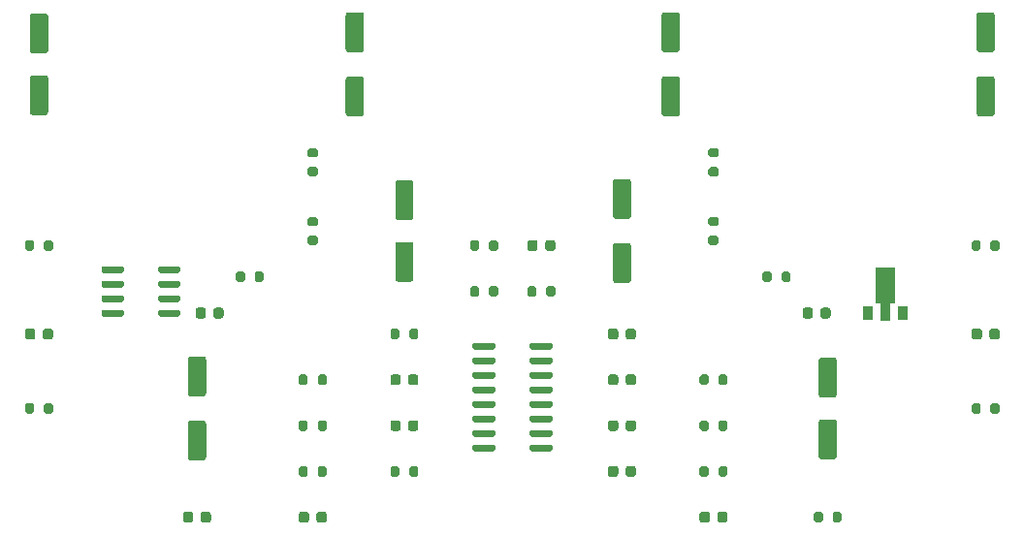
<source format=gbr>
G04 #@! TF.GenerationSoftware,KiCad,Pcbnew,(5.1.7)-1*
G04 #@! TF.CreationDate,2022-04-16T14:49:26-05:00*
G04 #@! TF.ProjectId,ConsolePedalDelaySMT,436f6e73-6f6c-4655-9065-64616c44656c,rev?*
G04 #@! TF.SameCoordinates,Original*
G04 #@! TF.FileFunction,Paste,Top*
G04 #@! TF.FilePolarity,Positive*
%FSLAX46Y46*%
G04 Gerber Fmt 4.6, Leading zero omitted, Abs format (unit mm)*
G04 Created by KiCad (PCBNEW (5.1.7)-1) date 2022-04-16 14:49:26*
%MOMM*%
%LPD*%
G01*
G04 APERTURE LIST*
%ADD10R,0.900000X1.300000*%
%ADD11C,0.100000*%
G04 APERTURE END LIST*
G04 #@! TO.C,C4*
G36*
G01*
X147053000Y-75389000D02*
X145953000Y-75389000D01*
G75*
G02*
X145703000Y-75139000I0J250000D01*
G01*
X145703000Y-72139000D01*
G75*
G02*
X145953000Y-71889000I250000J0D01*
G01*
X147053000Y-71889000D01*
G75*
G02*
X147303000Y-72139000I0J-250000D01*
G01*
X147303000Y-75139000D01*
G75*
G02*
X147053000Y-75389000I-250000J0D01*
G01*
G37*
G36*
G01*
X147053000Y-80989000D02*
X145953000Y-80989000D01*
G75*
G02*
X145703000Y-80739000I0J250000D01*
G01*
X145703000Y-77739000D01*
G75*
G02*
X145953000Y-77489000I250000J0D01*
G01*
X147053000Y-77489000D01*
G75*
G02*
X147303000Y-77739000I0J-250000D01*
G01*
X147303000Y-80739000D01*
G75*
G02*
X147053000Y-80989000I-250000J0D01*
G01*
G37*
G04 #@! TD*
G04 #@! TO.C,C5*
G36*
G01*
X104589000Y-101950000D02*
X105689000Y-101950000D01*
G75*
G02*
X105939000Y-102200000I0J-250000D01*
G01*
X105939000Y-105200000D01*
G75*
G02*
X105689000Y-105450000I-250000J0D01*
G01*
X104589000Y-105450000D01*
G75*
G02*
X104339000Y-105200000I0J250000D01*
G01*
X104339000Y-102200000D01*
G75*
G02*
X104589000Y-101950000I250000J0D01*
G01*
G37*
G36*
G01*
X104589000Y-107550000D02*
X105689000Y-107550000D01*
G75*
G02*
X105939000Y-107800000I0J-250000D01*
G01*
X105939000Y-110800000D01*
G75*
G02*
X105689000Y-111050000I-250000J0D01*
G01*
X104589000Y-111050000D01*
G75*
G02*
X104339000Y-110800000I0J250000D01*
G01*
X104339000Y-107800000D01*
G75*
G02*
X104589000Y-107550000I250000J0D01*
G01*
G37*
G04 #@! TD*
G04 #@! TO.C,C13*
G36*
G01*
X174553000Y-75389000D02*
X173453000Y-75389000D01*
G75*
G02*
X173203000Y-75139000I0J250000D01*
G01*
X173203000Y-72139000D01*
G75*
G02*
X173453000Y-71889000I250000J0D01*
G01*
X174553000Y-71889000D01*
G75*
G02*
X174803000Y-72139000I0J-250000D01*
G01*
X174803000Y-75139000D01*
G75*
G02*
X174553000Y-75389000I-250000J0D01*
G01*
G37*
G36*
G01*
X174553000Y-80989000D02*
X173453000Y-80989000D01*
G75*
G02*
X173203000Y-80739000I0J250000D01*
G01*
X173203000Y-77739000D01*
G75*
G02*
X173453000Y-77489000I250000J0D01*
G01*
X174553000Y-77489000D01*
G75*
G02*
X174803000Y-77739000I0J-250000D01*
G01*
X174803000Y-80739000D01*
G75*
G02*
X174553000Y-80989000I-250000J0D01*
G01*
G37*
G04 #@! TD*
G04 #@! TO.C,C14*
G36*
G01*
X119477000Y-80989000D02*
X118377000Y-80989000D01*
G75*
G02*
X118127000Y-80739000I0J250000D01*
G01*
X118127000Y-77739000D01*
G75*
G02*
X118377000Y-77489000I250000J0D01*
G01*
X119477000Y-77489000D01*
G75*
G02*
X119727000Y-77739000I0J-250000D01*
G01*
X119727000Y-80739000D01*
G75*
G02*
X119477000Y-80989000I-250000J0D01*
G01*
G37*
G36*
G01*
X119477000Y-75389000D02*
X118377000Y-75389000D01*
G75*
G02*
X118127000Y-75139000I0J250000D01*
G01*
X118127000Y-72139000D01*
G75*
G02*
X118377000Y-71889000I250000J0D01*
G01*
X119477000Y-71889000D01*
G75*
G02*
X119727000Y-72139000I0J-250000D01*
G01*
X119727000Y-75139000D01*
G75*
G02*
X119477000Y-75389000I-250000J0D01*
G01*
G37*
G04 #@! TD*
G04 #@! TO.C,C17*
G36*
G01*
X122700000Y-86550000D02*
X123800000Y-86550000D01*
G75*
G02*
X124050000Y-86800000I0J-250000D01*
G01*
X124050000Y-89800000D01*
G75*
G02*
X123800000Y-90050000I-250000J0D01*
G01*
X122700000Y-90050000D01*
G75*
G02*
X122450000Y-89800000I0J250000D01*
G01*
X122450000Y-86800000D01*
G75*
G02*
X122700000Y-86550000I250000J0D01*
G01*
G37*
G36*
G01*
X122700000Y-91950000D02*
X123800000Y-91950000D01*
G75*
G02*
X124050000Y-92200000I0J-250000D01*
G01*
X124050000Y-95200000D01*
G75*
G02*
X123800000Y-95450000I-250000J0D01*
G01*
X122700000Y-95450000D01*
G75*
G02*
X122450000Y-95200000I0J250000D01*
G01*
X122450000Y-92200000D01*
G75*
G02*
X122700000Y-91950000I250000J0D01*
G01*
G37*
G04 #@! TD*
G04 #@! TO.C,C20*
G36*
G01*
X141700000Y-86450000D02*
X142800000Y-86450000D01*
G75*
G02*
X143050000Y-86700000I0J-250000D01*
G01*
X143050000Y-89700000D01*
G75*
G02*
X142800000Y-89950000I-250000J0D01*
G01*
X141700000Y-89950000D01*
G75*
G02*
X141450000Y-89700000I0J250000D01*
G01*
X141450000Y-86700000D01*
G75*
G02*
X141700000Y-86450000I250000J0D01*
G01*
G37*
G36*
G01*
X141700000Y-92050000D02*
X142800000Y-92050000D01*
G75*
G02*
X143050000Y-92300000I0J-250000D01*
G01*
X143050000Y-95300000D01*
G75*
G02*
X142800000Y-95550000I-250000J0D01*
G01*
X141700000Y-95550000D01*
G75*
G02*
X141450000Y-95300000I0J250000D01*
G01*
X141450000Y-92300000D01*
G75*
G02*
X141700000Y-92050000I250000J0D01*
G01*
G37*
G04 #@! TD*
G04 #@! TO.C,C21*
G36*
G01*
X91901000Y-75489000D02*
X90801000Y-75489000D01*
G75*
G02*
X90551000Y-75239000I0J250000D01*
G01*
X90551000Y-72239000D01*
G75*
G02*
X90801000Y-71989000I250000J0D01*
G01*
X91901000Y-71989000D01*
G75*
G02*
X92151000Y-72239000I0J-250000D01*
G01*
X92151000Y-75239000D01*
G75*
G02*
X91901000Y-75489000I-250000J0D01*
G01*
G37*
G36*
G01*
X91901000Y-80889000D02*
X90801000Y-80889000D01*
G75*
G02*
X90551000Y-80639000I0J250000D01*
G01*
X90551000Y-77639000D01*
G75*
G02*
X90801000Y-77389000I250000J0D01*
G01*
X91901000Y-77389000D01*
G75*
G02*
X92151000Y-77639000I0J-250000D01*
G01*
X92151000Y-80639000D01*
G75*
G02*
X91901000Y-80889000I-250000J0D01*
G01*
G37*
G04 #@! TD*
G04 #@! TO.C,C22*
G36*
G01*
X159665000Y-102050000D02*
X160765000Y-102050000D01*
G75*
G02*
X161015000Y-102300000I0J-250000D01*
G01*
X161015000Y-105300000D01*
G75*
G02*
X160765000Y-105550000I-250000J0D01*
G01*
X159665000Y-105550000D01*
G75*
G02*
X159415000Y-105300000I0J250000D01*
G01*
X159415000Y-102300000D01*
G75*
G02*
X159665000Y-102050000I250000J0D01*
G01*
G37*
G36*
G01*
X159665000Y-107450000D02*
X160765000Y-107450000D01*
G75*
G02*
X161015000Y-107700000I0J-250000D01*
G01*
X161015000Y-110700000D01*
G75*
G02*
X160765000Y-110950000I-250000J0D01*
G01*
X159665000Y-110950000D01*
G75*
G02*
X159415000Y-110700000I0J250000D01*
G01*
X159415000Y-107700000D01*
G75*
G02*
X159665000Y-107450000I250000J0D01*
G01*
G37*
G04 #@! TD*
G04 #@! TO.C,R1*
G36*
G01*
X161440000Y-115725000D02*
X161440000Y-116275000D01*
G75*
G02*
X161240000Y-116475000I-200000J0D01*
G01*
X160840000Y-116475000D01*
G75*
G02*
X160640000Y-116275000I0J200000D01*
G01*
X160640000Y-115725000D01*
G75*
G02*
X160840000Y-115525000I200000J0D01*
G01*
X161240000Y-115525000D01*
G75*
G02*
X161440000Y-115725000I0J-200000D01*
G01*
G37*
G36*
G01*
X159790000Y-115725000D02*
X159790000Y-116275000D01*
G75*
G02*
X159590000Y-116475000I-200000J0D01*
G01*
X159190000Y-116475000D01*
G75*
G02*
X158990000Y-116275000I0J200000D01*
G01*
X158990000Y-115725000D01*
G75*
G02*
X159190000Y-115525000I200000J0D01*
G01*
X159590000Y-115525000D01*
G75*
G02*
X159790000Y-115725000I0J-200000D01*
G01*
G37*
G04 #@! TD*
G04 #@! TO.C,R2*
G36*
G01*
X92576000Y-106225000D02*
X92576000Y-106775000D01*
G75*
G02*
X92376000Y-106975000I-200000J0D01*
G01*
X91976000Y-106975000D01*
G75*
G02*
X91776000Y-106775000I0J200000D01*
G01*
X91776000Y-106225000D01*
G75*
G02*
X91976000Y-106025000I200000J0D01*
G01*
X92376000Y-106025000D01*
G75*
G02*
X92576000Y-106225000I0J-200000D01*
G01*
G37*
G36*
G01*
X90926000Y-106225000D02*
X90926000Y-106775000D01*
G75*
G02*
X90726000Y-106975000I-200000J0D01*
G01*
X90326000Y-106975000D01*
G75*
G02*
X90126000Y-106775000I0J200000D01*
G01*
X90126000Y-106225000D01*
G75*
G02*
X90326000Y-106025000I200000J0D01*
G01*
X90726000Y-106025000D01*
G75*
G02*
X90926000Y-106225000I0J-200000D01*
G01*
G37*
G04 #@! TD*
G04 #@! TO.C,R3*
G36*
G01*
X90126000Y-92545000D02*
X90126000Y-91995000D01*
G75*
G02*
X90326000Y-91795000I200000J0D01*
G01*
X90726000Y-91795000D01*
G75*
G02*
X90926000Y-91995000I0J-200000D01*
G01*
X90926000Y-92545000D01*
G75*
G02*
X90726000Y-92745000I-200000J0D01*
G01*
X90326000Y-92745000D01*
G75*
G02*
X90126000Y-92545000I0J200000D01*
G01*
G37*
G36*
G01*
X91776000Y-92545000D02*
X91776000Y-91995000D01*
G75*
G02*
X91976000Y-91795000I200000J0D01*
G01*
X92376000Y-91795000D01*
G75*
G02*
X92576000Y-91995000I0J-200000D01*
G01*
X92576000Y-92545000D01*
G75*
G02*
X92376000Y-92745000I-200000J0D01*
G01*
X91976000Y-92745000D01*
G75*
G02*
X91776000Y-92545000I0J200000D01*
G01*
G37*
G04 #@! TD*
G04 #@! TO.C,R4*
G36*
G01*
X115675000Y-112275000D02*
X115675000Y-111725000D01*
G75*
G02*
X115875000Y-111525000I200000J0D01*
G01*
X116275000Y-111525000D01*
G75*
G02*
X116475000Y-111725000I0J-200000D01*
G01*
X116475000Y-112275000D01*
G75*
G02*
X116275000Y-112475000I-200000J0D01*
G01*
X115875000Y-112475000D01*
G75*
G02*
X115675000Y-112275000I0J200000D01*
G01*
G37*
G36*
G01*
X114025000Y-112275000D02*
X114025000Y-111725000D01*
G75*
G02*
X114225000Y-111525000I200000J0D01*
G01*
X114625000Y-111525000D01*
G75*
G02*
X114825000Y-111725000I0J-200000D01*
G01*
X114825000Y-112275000D01*
G75*
G02*
X114625000Y-112475000I-200000J0D01*
G01*
X114225000Y-112475000D01*
G75*
G02*
X114025000Y-112275000I0J200000D01*
G01*
G37*
G04 #@! TD*
G04 #@! TO.C,R5*
G36*
G01*
X110975000Y-94725000D02*
X110975000Y-95275000D01*
G75*
G02*
X110775000Y-95475000I-200000J0D01*
G01*
X110375000Y-95475000D01*
G75*
G02*
X110175000Y-95275000I0J200000D01*
G01*
X110175000Y-94725000D01*
G75*
G02*
X110375000Y-94525000I200000J0D01*
G01*
X110775000Y-94525000D01*
G75*
G02*
X110975000Y-94725000I0J-200000D01*
G01*
G37*
G36*
G01*
X109325000Y-94725000D02*
X109325000Y-95275000D01*
G75*
G02*
X109125000Y-95475000I-200000J0D01*
G01*
X108725000Y-95475000D01*
G75*
G02*
X108525000Y-95275000I0J200000D01*
G01*
X108525000Y-94725000D01*
G75*
G02*
X108725000Y-94525000I200000J0D01*
G01*
X109125000Y-94525000D01*
G75*
G02*
X109325000Y-94725000I0J-200000D01*
G01*
G37*
G04 #@! TD*
G04 #@! TO.C,R6*
G36*
G01*
X149975000Y-85425000D02*
X150525000Y-85425000D01*
G75*
G02*
X150725000Y-85625000I0J-200000D01*
G01*
X150725000Y-86025000D01*
G75*
G02*
X150525000Y-86225000I-200000J0D01*
G01*
X149975000Y-86225000D01*
G75*
G02*
X149775000Y-86025000I0J200000D01*
G01*
X149775000Y-85625000D01*
G75*
G02*
X149975000Y-85425000I200000J0D01*
G01*
G37*
G36*
G01*
X149975000Y-83775000D02*
X150525000Y-83775000D01*
G75*
G02*
X150725000Y-83975000I0J-200000D01*
G01*
X150725000Y-84375000D01*
G75*
G02*
X150525000Y-84575000I-200000J0D01*
G01*
X149975000Y-84575000D01*
G75*
G02*
X149775000Y-84375000I0J200000D01*
G01*
X149775000Y-83975000D01*
G75*
G02*
X149975000Y-83775000I200000J0D01*
G01*
G37*
G04 #@! TD*
G04 #@! TO.C,R7*
G36*
G01*
X122825000Y-111725000D02*
X122825000Y-112275000D01*
G75*
G02*
X122625000Y-112475000I-200000J0D01*
G01*
X122225000Y-112475000D01*
G75*
G02*
X122025000Y-112275000I0J200000D01*
G01*
X122025000Y-111725000D01*
G75*
G02*
X122225000Y-111525000I200000J0D01*
G01*
X122625000Y-111525000D01*
G75*
G02*
X122825000Y-111725000I0J-200000D01*
G01*
G37*
G36*
G01*
X124475000Y-111725000D02*
X124475000Y-112275000D01*
G75*
G02*
X124275000Y-112475000I-200000J0D01*
G01*
X123875000Y-112475000D01*
G75*
G02*
X123675000Y-112275000I0J200000D01*
G01*
X123675000Y-111725000D01*
G75*
G02*
X123875000Y-111525000I200000J0D01*
G01*
X124275000Y-111525000D01*
G75*
G02*
X124475000Y-111725000I0J-200000D01*
G01*
G37*
G04 #@! TD*
G04 #@! TO.C,R8*
G36*
G01*
X128990000Y-96545000D02*
X128990000Y-95995000D01*
G75*
G02*
X129190000Y-95795000I200000J0D01*
G01*
X129590000Y-95795000D01*
G75*
G02*
X129790000Y-95995000I0J-200000D01*
G01*
X129790000Y-96545000D01*
G75*
G02*
X129590000Y-96745000I-200000J0D01*
G01*
X129190000Y-96745000D01*
G75*
G02*
X128990000Y-96545000I0J200000D01*
G01*
G37*
G36*
G01*
X130640000Y-96545000D02*
X130640000Y-95995000D01*
G75*
G02*
X130840000Y-95795000I200000J0D01*
G01*
X131240000Y-95795000D01*
G75*
G02*
X131440000Y-95995000I0J-200000D01*
G01*
X131440000Y-96545000D01*
G75*
G02*
X131240000Y-96745000I-200000J0D01*
G01*
X130840000Y-96745000D01*
G75*
G02*
X130640000Y-96545000I0J200000D01*
G01*
G37*
G04 #@! TD*
G04 #@! TO.C,R9*
G36*
G01*
X133990000Y-96545000D02*
X133990000Y-95995000D01*
G75*
G02*
X134190000Y-95795000I200000J0D01*
G01*
X134590000Y-95795000D01*
G75*
G02*
X134790000Y-95995000I0J-200000D01*
G01*
X134790000Y-96545000D01*
G75*
G02*
X134590000Y-96745000I-200000J0D01*
G01*
X134190000Y-96745000D01*
G75*
G02*
X133990000Y-96545000I0J200000D01*
G01*
G37*
G36*
G01*
X135640000Y-96545000D02*
X135640000Y-95995000D01*
G75*
G02*
X135840000Y-95795000I200000J0D01*
G01*
X136240000Y-95795000D01*
G75*
G02*
X136440000Y-95995000I0J-200000D01*
G01*
X136440000Y-96545000D01*
G75*
G02*
X136240000Y-96745000I-200000J0D01*
G01*
X135840000Y-96745000D01*
G75*
G02*
X135640000Y-96545000I0J200000D01*
G01*
G37*
G04 #@! TD*
G04 #@! TO.C,R10*
G36*
G01*
X130640000Y-92545000D02*
X130640000Y-91995000D01*
G75*
G02*
X130840000Y-91795000I200000J0D01*
G01*
X131240000Y-91795000D01*
G75*
G02*
X131440000Y-91995000I0J-200000D01*
G01*
X131440000Y-92545000D01*
G75*
G02*
X131240000Y-92745000I-200000J0D01*
G01*
X130840000Y-92745000D01*
G75*
G02*
X130640000Y-92545000I0J200000D01*
G01*
G37*
G36*
G01*
X128990000Y-92545000D02*
X128990000Y-91995000D01*
G75*
G02*
X129190000Y-91795000I200000J0D01*
G01*
X129590000Y-91795000D01*
G75*
G02*
X129790000Y-91995000I0J-200000D01*
G01*
X129790000Y-92545000D01*
G75*
G02*
X129590000Y-92745000I-200000J0D01*
G01*
X129190000Y-92745000D01*
G75*
G02*
X128990000Y-92545000I0J200000D01*
G01*
G37*
G04 #@! TD*
G04 #@! TO.C,R11*
G36*
G01*
X149025000Y-104275000D02*
X149025000Y-103725000D01*
G75*
G02*
X149225000Y-103525000I200000J0D01*
G01*
X149625000Y-103525000D01*
G75*
G02*
X149825000Y-103725000I0J-200000D01*
G01*
X149825000Y-104275000D01*
G75*
G02*
X149625000Y-104475000I-200000J0D01*
G01*
X149225000Y-104475000D01*
G75*
G02*
X149025000Y-104275000I0J200000D01*
G01*
G37*
G36*
G01*
X150675000Y-104275000D02*
X150675000Y-103725000D01*
G75*
G02*
X150875000Y-103525000I200000J0D01*
G01*
X151275000Y-103525000D01*
G75*
G02*
X151475000Y-103725000I0J-200000D01*
G01*
X151475000Y-104275000D01*
G75*
G02*
X151275000Y-104475000I-200000J0D01*
G01*
X150875000Y-104475000D01*
G75*
G02*
X150675000Y-104275000I0J200000D01*
G01*
G37*
G04 #@! TD*
G04 #@! TO.C,R12*
G36*
G01*
X150675000Y-108275000D02*
X150675000Y-107725000D01*
G75*
G02*
X150875000Y-107525000I200000J0D01*
G01*
X151275000Y-107525000D01*
G75*
G02*
X151475000Y-107725000I0J-200000D01*
G01*
X151475000Y-108275000D01*
G75*
G02*
X151275000Y-108475000I-200000J0D01*
G01*
X150875000Y-108475000D01*
G75*
G02*
X150675000Y-108275000I0J200000D01*
G01*
G37*
G36*
G01*
X149025000Y-108275000D02*
X149025000Y-107725000D01*
G75*
G02*
X149225000Y-107525000I200000J0D01*
G01*
X149625000Y-107525000D01*
G75*
G02*
X149825000Y-107725000I0J-200000D01*
G01*
X149825000Y-108275000D01*
G75*
G02*
X149625000Y-108475000I-200000J0D01*
G01*
X149225000Y-108475000D01*
G75*
G02*
X149025000Y-108275000I0J200000D01*
G01*
G37*
G04 #@! TD*
G04 #@! TO.C,R13*
G36*
G01*
X156175000Y-95275000D02*
X156175000Y-94725000D01*
G75*
G02*
X156375000Y-94525000I200000J0D01*
G01*
X156775000Y-94525000D01*
G75*
G02*
X156975000Y-94725000I0J-200000D01*
G01*
X156975000Y-95275000D01*
G75*
G02*
X156775000Y-95475000I-200000J0D01*
G01*
X156375000Y-95475000D01*
G75*
G02*
X156175000Y-95275000I0J200000D01*
G01*
G37*
G36*
G01*
X154525000Y-95275000D02*
X154525000Y-94725000D01*
G75*
G02*
X154725000Y-94525000I200000J0D01*
G01*
X155125000Y-94525000D01*
G75*
G02*
X155325000Y-94725000I0J-200000D01*
G01*
X155325000Y-95275000D01*
G75*
G02*
X155125000Y-95475000I-200000J0D01*
G01*
X154725000Y-95475000D01*
G75*
G02*
X154525000Y-95275000I0J200000D01*
G01*
G37*
G04 #@! TD*
G04 #@! TO.C,R14*
G36*
G01*
X175228000Y-91995000D02*
X175228000Y-92545000D01*
G75*
G02*
X175028000Y-92745000I-200000J0D01*
G01*
X174628000Y-92745000D01*
G75*
G02*
X174428000Y-92545000I0J200000D01*
G01*
X174428000Y-91995000D01*
G75*
G02*
X174628000Y-91795000I200000J0D01*
G01*
X175028000Y-91795000D01*
G75*
G02*
X175228000Y-91995000I0J-200000D01*
G01*
G37*
G36*
G01*
X173578000Y-91995000D02*
X173578000Y-92545000D01*
G75*
G02*
X173378000Y-92745000I-200000J0D01*
G01*
X172978000Y-92745000D01*
G75*
G02*
X172778000Y-92545000I0J200000D01*
G01*
X172778000Y-91995000D01*
G75*
G02*
X172978000Y-91795000I200000J0D01*
G01*
X173378000Y-91795000D01*
G75*
G02*
X173578000Y-91995000I0J-200000D01*
G01*
G37*
G04 #@! TD*
G04 #@! TO.C,R15*
G36*
G01*
X115525000Y-86225000D02*
X114975000Y-86225000D01*
G75*
G02*
X114775000Y-86025000I0J200000D01*
G01*
X114775000Y-85625000D01*
G75*
G02*
X114975000Y-85425000I200000J0D01*
G01*
X115525000Y-85425000D01*
G75*
G02*
X115725000Y-85625000I0J-200000D01*
G01*
X115725000Y-86025000D01*
G75*
G02*
X115525000Y-86225000I-200000J0D01*
G01*
G37*
G36*
G01*
X115525000Y-84575000D02*
X114975000Y-84575000D01*
G75*
G02*
X114775000Y-84375000I0J200000D01*
G01*
X114775000Y-83975000D01*
G75*
G02*
X114975000Y-83775000I200000J0D01*
G01*
X115525000Y-83775000D01*
G75*
G02*
X115725000Y-83975000I0J-200000D01*
G01*
X115725000Y-84375000D01*
G75*
G02*
X115525000Y-84575000I-200000J0D01*
G01*
G37*
G04 #@! TD*
G04 #@! TO.C,R16*
G36*
G01*
X149825000Y-111725000D02*
X149825000Y-112275000D01*
G75*
G02*
X149625000Y-112475000I-200000J0D01*
G01*
X149225000Y-112475000D01*
G75*
G02*
X149025000Y-112275000I0J200000D01*
G01*
X149025000Y-111725000D01*
G75*
G02*
X149225000Y-111525000I200000J0D01*
G01*
X149625000Y-111525000D01*
G75*
G02*
X149825000Y-111725000I0J-200000D01*
G01*
G37*
G36*
G01*
X151475000Y-111725000D02*
X151475000Y-112275000D01*
G75*
G02*
X151275000Y-112475000I-200000J0D01*
G01*
X150875000Y-112475000D01*
G75*
G02*
X150675000Y-112275000I0J200000D01*
G01*
X150675000Y-111725000D01*
G75*
G02*
X150875000Y-111525000I200000J0D01*
G01*
X151275000Y-111525000D01*
G75*
G02*
X151475000Y-111725000I0J-200000D01*
G01*
G37*
G04 #@! TD*
G04 #@! TO.C,R17*
G36*
G01*
X122825000Y-99725000D02*
X122825000Y-100275000D01*
G75*
G02*
X122625000Y-100475000I-200000J0D01*
G01*
X122225000Y-100475000D01*
G75*
G02*
X122025000Y-100275000I0J200000D01*
G01*
X122025000Y-99725000D01*
G75*
G02*
X122225000Y-99525000I200000J0D01*
G01*
X122625000Y-99525000D01*
G75*
G02*
X122825000Y-99725000I0J-200000D01*
G01*
G37*
G36*
G01*
X124475000Y-99725000D02*
X124475000Y-100275000D01*
G75*
G02*
X124275000Y-100475000I-200000J0D01*
G01*
X123875000Y-100475000D01*
G75*
G02*
X123675000Y-100275000I0J200000D01*
G01*
X123675000Y-99725000D01*
G75*
G02*
X123875000Y-99525000I200000J0D01*
G01*
X124275000Y-99525000D01*
G75*
G02*
X124475000Y-99725000I0J-200000D01*
G01*
G37*
G04 #@! TD*
G04 #@! TO.C,R18*
G36*
G01*
X174428000Y-106775000D02*
X174428000Y-106225000D01*
G75*
G02*
X174628000Y-106025000I200000J0D01*
G01*
X175028000Y-106025000D01*
G75*
G02*
X175228000Y-106225000I0J-200000D01*
G01*
X175228000Y-106775000D01*
G75*
G02*
X175028000Y-106975000I-200000J0D01*
G01*
X174628000Y-106975000D01*
G75*
G02*
X174428000Y-106775000I0J200000D01*
G01*
G37*
G36*
G01*
X172778000Y-106775000D02*
X172778000Y-106225000D01*
G75*
G02*
X172978000Y-106025000I200000J0D01*
G01*
X173378000Y-106025000D01*
G75*
G02*
X173578000Y-106225000I0J-200000D01*
G01*
X173578000Y-106775000D01*
G75*
G02*
X173378000Y-106975000I-200000J0D01*
G01*
X172978000Y-106975000D01*
G75*
G02*
X172778000Y-106775000I0J200000D01*
G01*
G37*
G04 #@! TD*
G04 #@! TO.C,R19*
G36*
G01*
X116475000Y-107725000D02*
X116475000Y-108275000D01*
G75*
G02*
X116275000Y-108475000I-200000J0D01*
G01*
X115875000Y-108475000D01*
G75*
G02*
X115675000Y-108275000I0J200000D01*
G01*
X115675000Y-107725000D01*
G75*
G02*
X115875000Y-107525000I200000J0D01*
G01*
X116275000Y-107525000D01*
G75*
G02*
X116475000Y-107725000I0J-200000D01*
G01*
G37*
G36*
G01*
X114825000Y-107725000D02*
X114825000Y-108275000D01*
G75*
G02*
X114625000Y-108475000I-200000J0D01*
G01*
X114225000Y-108475000D01*
G75*
G02*
X114025000Y-108275000I0J200000D01*
G01*
X114025000Y-107725000D01*
G75*
G02*
X114225000Y-107525000I200000J0D01*
G01*
X114625000Y-107525000D01*
G75*
G02*
X114825000Y-107725000I0J-200000D01*
G01*
G37*
G04 #@! TD*
G04 #@! TO.C,R20*
G36*
G01*
X115675000Y-104275000D02*
X115675000Y-103725000D01*
G75*
G02*
X115875000Y-103525000I200000J0D01*
G01*
X116275000Y-103525000D01*
G75*
G02*
X116475000Y-103725000I0J-200000D01*
G01*
X116475000Y-104275000D01*
G75*
G02*
X116275000Y-104475000I-200000J0D01*
G01*
X115875000Y-104475000D01*
G75*
G02*
X115675000Y-104275000I0J200000D01*
G01*
G37*
G36*
G01*
X114025000Y-104275000D02*
X114025000Y-103725000D01*
G75*
G02*
X114225000Y-103525000I200000J0D01*
G01*
X114625000Y-103525000D01*
G75*
G02*
X114825000Y-103725000I0J-200000D01*
G01*
X114825000Y-104275000D01*
G75*
G02*
X114625000Y-104475000I-200000J0D01*
G01*
X114225000Y-104475000D01*
G75*
G02*
X114025000Y-104275000I0J200000D01*
G01*
G37*
G04 #@! TD*
G04 #@! TO.C,U1*
G36*
G01*
X96800000Y-94515000D02*
X96800000Y-94215000D01*
G75*
G02*
X96950000Y-94065000I150000J0D01*
G01*
X98600000Y-94065000D01*
G75*
G02*
X98750000Y-94215000I0J-150000D01*
G01*
X98750000Y-94515000D01*
G75*
G02*
X98600000Y-94665000I-150000J0D01*
G01*
X96950000Y-94665000D01*
G75*
G02*
X96800000Y-94515000I0J150000D01*
G01*
G37*
G36*
G01*
X96800000Y-95785000D02*
X96800000Y-95485000D01*
G75*
G02*
X96950000Y-95335000I150000J0D01*
G01*
X98600000Y-95335000D01*
G75*
G02*
X98750000Y-95485000I0J-150000D01*
G01*
X98750000Y-95785000D01*
G75*
G02*
X98600000Y-95935000I-150000J0D01*
G01*
X96950000Y-95935000D01*
G75*
G02*
X96800000Y-95785000I0J150000D01*
G01*
G37*
G36*
G01*
X96800000Y-97055000D02*
X96800000Y-96755000D01*
G75*
G02*
X96950000Y-96605000I150000J0D01*
G01*
X98600000Y-96605000D01*
G75*
G02*
X98750000Y-96755000I0J-150000D01*
G01*
X98750000Y-97055000D01*
G75*
G02*
X98600000Y-97205000I-150000J0D01*
G01*
X96950000Y-97205000D01*
G75*
G02*
X96800000Y-97055000I0J150000D01*
G01*
G37*
G36*
G01*
X96800000Y-98325000D02*
X96800000Y-98025000D01*
G75*
G02*
X96950000Y-97875000I150000J0D01*
G01*
X98600000Y-97875000D01*
G75*
G02*
X98750000Y-98025000I0J-150000D01*
G01*
X98750000Y-98325000D01*
G75*
G02*
X98600000Y-98475000I-150000J0D01*
G01*
X96950000Y-98475000D01*
G75*
G02*
X96800000Y-98325000I0J150000D01*
G01*
G37*
G36*
G01*
X101750000Y-98325000D02*
X101750000Y-98025000D01*
G75*
G02*
X101900000Y-97875000I150000J0D01*
G01*
X103550000Y-97875000D01*
G75*
G02*
X103700000Y-98025000I0J-150000D01*
G01*
X103700000Y-98325000D01*
G75*
G02*
X103550000Y-98475000I-150000J0D01*
G01*
X101900000Y-98475000D01*
G75*
G02*
X101750000Y-98325000I0J150000D01*
G01*
G37*
G36*
G01*
X101750000Y-97055000D02*
X101750000Y-96755000D01*
G75*
G02*
X101900000Y-96605000I150000J0D01*
G01*
X103550000Y-96605000D01*
G75*
G02*
X103700000Y-96755000I0J-150000D01*
G01*
X103700000Y-97055000D01*
G75*
G02*
X103550000Y-97205000I-150000J0D01*
G01*
X101900000Y-97205000D01*
G75*
G02*
X101750000Y-97055000I0J150000D01*
G01*
G37*
G36*
G01*
X101750000Y-95785000D02*
X101750000Y-95485000D01*
G75*
G02*
X101900000Y-95335000I150000J0D01*
G01*
X103550000Y-95335000D01*
G75*
G02*
X103700000Y-95485000I0J-150000D01*
G01*
X103700000Y-95785000D01*
G75*
G02*
X103550000Y-95935000I-150000J0D01*
G01*
X101900000Y-95935000D01*
G75*
G02*
X101750000Y-95785000I0J150000D01*
G01*
G37*
G36*
G01*
X101750000Y-94515000D02*
X101750000Y-94215000D01*
G75*
G02*
X101900000Y-94065000I150000J0D01*
G01*
X103550000Y-94065000D01*
G75*
G02*
X103700000Y-94215000I0J-150000D01*
G01*
X103700000Y-94515000D01*
G75*
G02*
X103550000Y-94665000I-150000J0D01*
G01*
X101900000Y-94665000D01*
G75*
G02*
X101750000Y-94515000I0J150000D01*
G01*
G37*
G04 #@! TD*
G04 #@! TO.C,R22*
G36*
G01*
X114975000Y-91425000D02*
X115525000Y-91425000D01*
G75*
G02*
X115725000Y-91625000I0J-200000D01*
G01*
X115725000Y-92025000D01*
G75*
G02*
X115525000Y-92225000I-200000J0D01*
G01*
X114975000Y-92225000D01*
G75*
G02*
X114775000Y-92025000I0J200000D01*
G01*
X114775000Y-91625000D01*
G75*
G02*
X114975000Y-91425000I200000J0D01*
G01*
G37*
G36*
G01*
X114975000Y-89775000D02*
X115525000Y-89775000D01*
G75*
G02*
X115725000Y-89975000I0J-200000D01*
G01*
X115725000Y-90375000D01*
G75*
G02*
X115525000Y-90575000I-200000J0D01*
G01*
X114975000Y-90575000D01*
G75*
G02*
X114775000Y-90375000I0J200000D01*
G01*
X114775000Y-89975000D01*
G75*
G02*
X114975000Y-89775000I200000J0D01*
G01*
G37*
G04 #@! TD*
G04 #@! TO.C,R24*
G36*
G01*
X149975000Y-89775000D02*
X150525000Y-89775000D01*
G75*
G02*
X150725000Y-89975000I0J-200000D01*
G01*
X150725000Y-90375000D01*
G75*
G02*
X150525000Y-90575000I-200000J0D01*
G01*
X149975000Y-90575000D01*
G75*
G02*
X149775000Y-90375000I0J200000D01*
G01*
X149775000Y-89975000D01*
G75*
G02*
X149975000Y-89775000I200000J0D01*
G01*
G37*
G36*
G01*
X149975000Y-91425000D02*
X150525000Y-91425000D01*
G75*
G02*
X150725000Y-91625000I0J-200000D01*
G01*
X150725000Y-92025000D01*
G75*
G02*
X150525000Y-92225000I-200000J0D01*
G01*
X149975000Y-92225000D01*
G75*
G02*
X149775000Y-92025000I0J200000D01*
G01*
X149775000Y-91625000D01*
G75*
G02*
X149975000Y-91425000I200000J0D01*
G01*
G37*
G04 #@! TD*
G04 #@! TO.C,U2*
G36*
G01*
X129215000Y-101205000D02*
X129215000Y-100905000D01*
G75*
G02*
X129365000Y-100755000I150000J0D01*
G01*
X131065000Y-100755000D01*
G75*
G02*
X131215000Y-100905000I0J-150000D01*
G01*
X131215000Y-101205000D01*
G75*
G02*
X131065000Y-101355000I-150000J0D01*
G01*
X129365000Y-101355000D01*
G75*
G02*
X129215000Y-101205000I0J150000D01*
G01*
G37*
G36*
G01*
X129215000Y-102475000D02*
X129215000Y-102175000D01*
G75*
G02*
X129365000Y-102025000I150000J0D01*
G01*
X131065000Y-102025000D01*
G75*
G02*
X131215000Y-102175000I0J-150000D01*
G01*
X131215000Y-102475000D01*
G75*
G02*
X131065000Y-102625000I-150000J0D01*
G01*
X129365000Y-102625000D01*
G75*
G02*
X129215000Y-102475000I0J150000D01*
G01*
G37*
G36*
G01*
X129215000Y-103745000D02*
X129215000Y-103445000D01*
G75*
G02*
X129365000Y-103295000I150000J0D01*
G01*
X131065000Y-103295000D01*
G75*
G02*
X131215000Y-103445000I0J-150000D01*
G01*
X131215000Y-103745000D01*
G75*
G02*
X131065000Y-103895000I-150000J0D01*
G01*
X129365000Y-103895000D01*
G75*
G02*
X129215000Y-103745000I0J150000D01*
G01*
G37*
G36*
G01*
X129215000Y-105015000D02*
X129215000Y-104715000D01*
G75*
G02*
X129365000Y-104565000I150000J0D01*
G01*
X131065000Y-104565000D01*
G75*
G02*
X131215000Y-104715000I0J-150000D01*
G01*
X131215000Y-105015000D01*
G75*
G02*
X131065000Y-105165000I-150000J0D01*
G01*
X129365000Y-105165000D01*
G75*
G02*
X129215000Y-105015000I0J150000D01*
G01*
G37*
G36*
G01*
X129215000Y-106285000D02*
X129215000Y-105985000D01*
G75*
G02*
X129365000Y-105835000I150000J0D01*
G01*
X131065000Y-105835000D01*
G75*
G02*
X131215000Y-105985000I0J-150000D01*
G01*
X131215000Y-106285000D01*
G75*
G02*
X131065000Y-106435000I-150000J0D01*
G01*
X129365000Y-106435000D01*
G75*
G02*
X129215000Y-106285000I0J150000D01*
G01*
G37*
G36*
G01*
X129215000Y-107555000D02*
X129215000Y-107255000D01*
G75*
G02*
X129365000Y-107105000I150000J0D01*
G01*
X131065000Y-107105000D01*
G75*
G02*
X131215000Y-107255000I0J-150000D01*
G01*
X131215000Y-107555000D01*
G75*
G02*
X131065000Y-107705000I-150000J0D01*
G01*
X129365000Y-107705000D01*
G75*
G02*
X129215000Y-107555000I0J150000D01*
G01*
G37*
G36*
G01*
X129215000Y-108825000D02*
X129215000Y-108525000D01*
G75*
G02*
X129365000Y-108375000I150000J0D01*
G01*
X131065000Y-108375000D01*
G75*
G02*
X131215000Y-108525000I0J-150000D01*
G01*
X131215000Y-108825000D01*
G75*
G02*
X131065000Y-108975000I-150000J0D01*
G01*
X129365000Y-108975000D01*
G75*
G02*
X129215000Y-108825000I0J150000D01*
G01*
G37*
G36*
G01*
X129215000Y-110095000D02*
X129215000Y-109795000D01*
G75*
G02*
X129365000Y-109645000I150000J0D01*
G01*
X131065000Y-109645000D01*
G75*
G02*
X131215000Y-109795000I0J-150000D01*
G01*
X131215000Y-110095000D01*
G75*
G02*
X131065000Y-110245000I-150000J0D01*
G01*
X129365000Y-110245000D01*
G75*
G02*
X129215000Y-110095000I0J150000D01*
G01*
G37*
G36*
G01*
X134215000Y-110095000D02*
X134215000Y-109795000D01*
G75*
G02*
X134365000Y-109645000I150000J0D01*
G01*
X136065000Y-109645000D01*
G75*
G02*
X136215000Y-109795000I0J-150000D01*
G01*
X136215000Y-110095000D01*
G75*
G02*
X136065000Y-110245000I-150000J0D01*
G01*
X134365000Y-110245000D01*
G75*
G02*
X134215000Y-110095000I0J150000D01*
G01*
G37*
G36*
G01*
X134215000Y-108825000D02*
X134215000Y-108525000D01*
G75*
G02*
X134365000Y-108375000I150000J0D01*
G01*
X136065000Y-108375000D01*
G75*
G02*
X136215000Y-108525000I0J-150000D01*
G01*
X136215000Y-108825000D01*
G75*
G02*
X136065000Y-108975000I-150000J0D01*
G01*
X134365000Y-108975000D01*
G75*
G02*
X134215000Y-108825000I0J150000D01*
G01*
G37*
G36*
G01*
X134215000Y-107555000D02*
X134215000Y-107255000D01*
G75*
G02*
X134365000Y-107105000I150000J0D01*
G01*
X136065000Y-107105000D01*
G75*
G02*
X136215000Y-107255000I0J-150000D01*
G01*
X136215000Y-107555000D01*
G75*
G02*
X136065000Y-107705000I-150000J0D01*
G01*
X134365000Y-107705000D01*
G75*
G02*
X134215000Y-107555000I0J150000D01*
G01*
G37*
G36*
G01*
X134215000Y-106285000D02*
X134215000Y-105985000D01*
G75*
G02*
X134365000Y-105835000I150000J0D01*
G01*
X136065000Y-105835000D01*
G75*
G02*
X136215000Y-105985000I0J-150000D01*
G01*
X136215000Y-106285000D01*
G75*
G02*
X136065000Y-106435000I-150000J0D01*
G01*
X134365000Y-106435000D01*
G75*
G02*
X134215000Y-106285000I0J150000D01*
G01*
G37*
G36*
G01*
X134215000Y-105015000D02*
X134215000Y-104715000D01*
G75*
G02*
X134365000Y-104565000I150000J0D01*
G01*
X136065000Y-104565000D01*
G75*
G02*
X136215000Y-104715000I0J-150000D01*
G01*
X136215000Y-105015000D01*
G75*
G02*
X136065000Y-105165000I-150000J0D01*
G01*
X134365000Y-105165000D01*
G75*
G02*
X134215000Y-105015000I0J150000D01*
G01*
G37*
G36*
G01*
X134215000Y-103745000D02*
X134215000Y-103445000D01*
G75*
G02*
X134365000Y-103295000I150000J0D01*
G01*
X136065000Y-103295000D01*
G75*
G02*
X136215000Y-103445000I0J-150000D01*
G01*
X136215000Y-103745000D01*
G75*
G02*
X136065000Y-103895000I-150000J0D01*
G01*
X134365000Y-103895000D01*
G75*
G02*
X134215000Y-103745000I0J150000D01*
G01*
G37*
G36*
G01*
X134215000Y-102475000D02*
X134215000Y-102175000D01*
G75*
G02*
X134365000Y-102025000I150000J0D01*
G01*
X136065000Y-102025000D01*
G75*
G02*
X136215000Y-102175000I0J-150000D01*
G01*
X136215000Y-102475000D01*
G75*
G02*
X136065000Y-102625000I-150000J0D01*
G01*
X134365000Y-102625000D01*
G75*
G02*
X134215000Y-102475000I0J150000D01*
G01*
G37*
G36*
G01*
X134215000Y-101205000D02*
X134215000Y-100905000D01*
G75*
G02*
X134365000Y-100755000I150000J0D01*
G01*
X136065000Y-100755000D01*
G75*
G02*
X136215000Y-100905000I0J-150000D01*
G01*
X136215000Y-101205000D01*
G75*
G02*
X136065000Y-101355000I-150000J0D01*
G01*
X134365000Y-101355000D01*
G75*
G02*
X134215000Y-101205000I0J150000D01*
G01*
G37*
G04 #@! TD*
D10*
G04 #@! TO.C,U3*
X163750000Y-98170000D03*
X166750000Y-98170000D03*
D11*
G36*
X166116500Y-94220000D02*
G01*
X166116500Y-97345000D01*
X165700000Y-97345000D01*
X165700000Y-98820000D01*
X164800000Y-98820000D01*
X164800000Y-97345000D01*
X164383500Y-97345000D01*
X164383500Y-94220000D01*
X166116500Y-94220000D01*
G37*
G04 #@! TD*
G04 #@! TO.C,C1*
G36*
G01*
X105464000Y-116250000D02*
X105464000Y-115750000D01*
G75*
G02*
X105689000Y-115525000I225000J0D01*
G01*
X106139000Y-115525000D01*
G75*
G02*
X106364000Y-115750000I0J-225000D01*
G01*
X106364000Y-116250000D01*
G75*
G02*
X106139000Y-116475000I-225000J0D01*
G01*
X105689000Y-116475000D01*
G75*
G02*
X105464000Y-116250000I0J225000D01*
G01*
G37*
G36*
G01*
X103914000Y-116250000D02*
X103914000Y-115750000D01*
G75*
G02*
X104139000Y-115525000I225000J0D01*
G01*
X104589000Y-115525000D01*
G75*
G02*
X104814000Y-115750000I0J-225000D01*
G01*
X104814000Y-116250000D01*
G75*
G02*
X104589000Y-116475000I-225000J0D01*
G01*
X104139000Y-116475000D01*
G75*
G02*
X103914000Y-116250000I0J225000D01*
G01*
G37*
G04 #@! TD*
G04 #@! TO.C,C2*
G36*
G01*
X92576000Y-99750000D02*
X92576000Y-100250000D01*
G75*
G02*
X92351000Y-100475000I-225000J0D01*
G01*
X91901000Y-100475000D01*
G75*
G02*
X91676000Y-100250000I0J225000D01*
G01*
X91676000Y-99750000D01*
G75*
G02*
X91901000Y-99525000I225000J0D01*
G01*
X92351000Y-99525000D01*
G75*
G02*
X92576000Y-99750000I0J-225000D01*
G01*
G37*
G36*
G01*
X91026000Y-99750000D02*
X91026000Y-100250000D01*
G75*
G02*
X90801000Y-100475000I-225000J0D01*
G01*
X90351000Y-100475000D01*
G75*
G02*
X90126000Y-100250000I0J225000D01*
G01*
X90126000Y-99750000D01*
G75*
G02*
X90351000Y-99525000I225000J0D01*
G01*
X90801000Y-99525000D01*
G75*
G02*
X91026000Y-99750000I0J-225000D01*
G01*
G37*
G04 #@! TD*
G04 #@! TO.C,C3*
G36*
G01*
X105925000Y-97925000D02*
X105925000Y-98425000D01*
G75*
G02*
X105700000Y-98650000I-225000J0D01*
G01*
X105250000Y-98650000D01*
G75*
G02*
X105025000Y-98425000I0J225000D01*
G01*
X105025000Y-97925000D01*
G75*
G02*
X105250000Y-97700000I225000J0D01*
G01*
X105700000Y-97700000D01*
G75*
G02*
X105925000Y-97925000I0J-225000D01*
G01*
G37*
G36*
G01*
X107475000Y-97925000D02*
X107475000Y-98425000D01*
G75*
G02*
X107250000Y-98650000I-225000J0D01*
G01*
X106800000Y-98650000D01*
G75*
G02*
X106575000Y-98425000I0J225000D01*
G01*
X106575000Y-97925000D01*
G75*
G02*
X106800000Y-97700000I225000J0D01*
G01*
X107250000Y-97700000D01*
G75*
G02*
X107475000Y-97925000I0J-225000D01*
G01*
G37*
G04 #@! TD*
G04 #@! TO.C,C6*
G36*
G01*
X114925000Y-115750000D02*
X114925000Y-116250000D01*
G75*
G02*
X114700000Y-116475000I-225000J0D01*
G01*
X114250000Y-116475000D01*
G75*
G02*
X114025000Y-116250000I0J225000D01*
G01*
X114025000Y-115750000D01*
G75*
G02*
X114250000Y-115525000I225000J0D01*
G01*
X114700000Y-115525000D01*
G75*
G02*
X114925000Y-115750000I0J-225000D01*
G01*
G37*
G36*
G01*
X116475000Y-115750000D02*
X116475000Y-116250000D01*
G75*
G02*
X116250000Y-116475000I-225000J0D01*
G01*
X115800000Y-116475000D01*
G75*
G02*
X115575000Y-116250000I0J225000D01*
G01*
X115575000Y-115750000D01*
G75*
G02*
X115800000Y-115525000I225000J0D01*
G01*
X116250000Y-115525000D01*
G75*
G02*
X116475000Y-115750000I0J-225000D01*
G01*
G37*
G04 #@! TD*
G04 #@! TO.C,C7*
G36*
G01*
X143475000Y-99750000D02*
X143475000Y-100250000D01*
G75*
G02*
X143250000Y-100475000I-225000J0D01*
G01*
X142800000Y-100475000D01*
G75*
G02*
X142575000Y-100250000I0J225000D01*
G01*
X142575000Y-99750000D01*
G75*
G02*
X142800000Y-99525000I225000J0D01*
G01*
X143250000Y-99525000D01*
G75*
G02*
X143475000Y-99750000I0J-225000D01*
G01*
G37*
G36*
G01*
X141925000Y-99750000D02*
X141925000Y-100250000D01*
G75*
G02*
X141700000Y-100475000I-225000J0D01*
G01*
X141250000Y-100475000D01*
G75*
G02*
X141025000Y-100250000I0J225000D01*
G01*
X141025000Y-99750000D01*
G75*
G02*
X141250000Y-99525000I225000J0D01*
G01*
X141700000Y-99525000D01*
G75*
G02*
X141925000Y-99750000I0J-225000D01*
G01*
G37*
G04 #@! TD*
G04 #@! TO.C,C8*
G36*
G01*
X143475000Y-103750000D02*
X143475000Y-104250000D01*
G75*
G02*
X143250000Y-104475000I-225000J0D01*
G01*
X142800000Y-104475000D01*
G75*
G02*
X142575000Y-104250000I0J225000D01*
G01*
X142575000Y-103750000D01*
G75*
G02*
X142800000Y-103525000I225000J0D01*
G01*
X143250000Y-103525000D01*
G75*
G02*
X143475000Y-103750000I0J-225000D01*
G01*
G37*
G36*
G01*
X141925000Y-103750000D02*
X141925000Y-104250000D01*
G75*
G02*
X141700000Y-104475000I-225000J0D01*
G01*
X141250000Y-104475000D01*
G75*
G02*
X141025000Y-104250000I0J225000D01*
G01*
X141025000Y-103750000D01*
G75*
G02*
X141250000Y-103525000I225000J0D01*
G01*
X141700000Y-103525000D01*
G75*
G02*
X141925000Y-103750000I0J-225000D01*
G01*
G37*
G04 #@! TD*
G04 #@! TO.C,C9*
G36*
G01*
X143475000Y-107750000D02*
X143475000Y-108250000D01*
G75*
G02*
X143250000Y-108475000I-225000J0D01*
G01*
X142800000Y-108475000D01*
G75*
G02*
X142575000Y-108250000I0J225000D01*
G01*
X142575000Y-107750000D01*
G75*
G02*
X142800000Y-107525000I225000J0D01*
G01*
X143250000Y-107525000D01*
G75*
G02*
X143475000Y-107750000I0J-225000D01*
G01*
G37*
G36*
G01*
X141925000Y-107750000D02*
X141925000Y-108250000D01*
G75*
G02*
X141700000Y-108475000I-225000J0D01*
G01*
X141250000Y-108475000D01*
G75*
G02*
X141025000Y-108250000I0J225000D01*
G01*
X141025000Y-107750000D01*
G75*
G02*
X141250000Y-107525000I225000J0D01*
G01*
X141700000Y-107525000D01*
G75*
G02*
X141925000Y-107750000I0J-225000D01*
G01*
G37*
G04 #@! TD*
G04 #@! TO.C,C10*
G36*
G01*
X143475000Y-111750000D02*
X143475000Y-112250000D01*
G75*
G02*
X143250000Y-112475000I-225000J0D01*
G01*
X142800000Y-112475000D01*
G75*
G02*
X142575000Y-112250000I0J225000D01*
G01*
X142575000Y-111750000D01*
G75*
G02*
X142800000Y-111525000I225000J0D01*
G01*
X143250000Y-111525000D01*
G75*
G02*
X143475000Y-111750000I0J-225000D01*
G01*
G37*
G36*
G01*
X141925000Y-111750000D02*
X141925000Y-112250000D01*
G75*
G02*
X141700000Y-112475000I-225000J0D01*
G01*
X141250000Y-112475000D01*
G75*
G02*
X141025000Y-112250000I0J225000D01*
G01*
X141025000Y-111750000D01*
G75*
G02*
X141250000Y-111525000I225000J0D01*
G01*
X141700000Y-111525000D01*
G75*
G02*
X141925000Y-111750000I0J-225000D01*
G01*
G37*
G04 #@! TD*
G04 #@! TO.C,C11*
G36*
G01*
X136440000Y-92020000D02*
X136440000Y-92520000D01*
G75*
G02*
X136215000Y-92745000I-225000J0D01*
G01*
X135765000Y-92745000D01*
G75*
G02*
X135540000Y-92520000I0J225000D01*
G01*
X135540000Y-92020000D01*
G75*
G02*
X135765000Y-91795000I225000J0D01*
G01*
X136215000Y-91795000D01*
G75*
G02*
X136440000Y-92020000I0J-225000D01*
G01*
G37*
G36*
G01*
X134890000Y-92020000D02*
X134890000Y-92520000D01*
G75*
G02*
X134665000Y-92745000I-225000J0D01*
G01*
X134215000Y-92745000D01*
G75*
G02*
X133990000Y-92520000I0J225000D01*
G01*
X133990000Y-92020000D01*
G75*
G02*
X134215000Y-91795000I225000J0D01*
G01*
X134665000Y-91795000D01*
G75*
G02*
X134890000Y-92020000I0J-225000D01*
G01*
G37*
G04 #@! TD*
G04 #@! TO.C,C12*
G36*
G01*
X158925000Y-97925000D02*
X158925000Y-98425000D01*
G75*
G02*
X158700000Y-98650000I-225000J0D01*
G01*
X158250000Y-98650000D01*
G75*
G02*
X158025000Y-98425000I0J225000D01*
G01*
X158025000Y-97925000D01*
G75*
G02*
X158250000Y-97700000I225000J0D01*
G01*
X158700000Y-97700000D01*
G75*
G02*
X158925000Y-97925000I0J-225000D01*
G01*
G37*
G36*
G01*
X160475000Y-97925000D02*
X160475000Y-98425000D01*
G75*
G02*
X160250000Y-98650000I-225000J0D01*
G01*
X159800000Y-98650000D01*
G75*
G02*
X159575000Y-98425000I0J225000D01*
G01*
X159575000Y-97925000D01*
G75*
G02*
X159800000Y-97700000I225000J0D01*
G01*
X160250000Y-97700000D01*
G75*
G02*
X160475000Y-97925000I0J-225000D01*
G01*
G37*
G04 #@! TD*
G04 #@! TO.C,C15*
G36*
G01*
X174328000Y-100250000D02*
X174328000Y-99750000D01*
G75*
G02*
X174553000Y-99525000I225000J0D01*
G01*
X175003000Y-99525000D01*
G75*
G02*
X175228000Y-99750000I0J-225000D01*
G01*
X175228000Y-100250000D01*
G75*
G02*
X175003000Y-100475000I-225000J0D01*
G01*
X174553000Y-100475000D01*
G75*
G02*
X174328000Y-100250000I0J225000D01*
G01*
G37*
G36*
G01*
X172778000Y-100250000D02*
X172778000Y-99750000D01*
G75*
G02*
X173003000Y-99525000I225000J0D01*
G01*
X173453000Y-99525000D01*
G75*
G02*
X173678000Y-99750000I0J-225000D01*
G01*
X173678000Y-100250000D01*
G75*
G02*
X173453000Y-100475000I-225000J0D01*
G01*
X173003000Y-100475000D01*
G75*
G02*
X172778000Y-100250000I0J225000D01*
G01*
G37*
G04 #@! TD*
G04 #@! TO.C,C16*
G36*
G01*
X150575000Y-116250000D02*
X150575000Y-115750000D01*
G75*
G02*
X150800000Y-115525000I225000J0D01*
G01*
X151250000Y-115525000D01*
G75*
G02*
X151475000Y-115750000I0J-225000D01*
G01*
X151475000Y-116250000D01*
G75*
G02*
X151250000Y-116475000I-225000J0D01*
G01*
X150800000Y-116475000D01*
G75*
G02*
X150575000Y-116250000I0J225000D01*
G01*
G37*
G36*
G01*
X149025000Y-116250000D02*
X149025000Y-115750000D01*
G75*
G02*
X149250000Y-115525000I225000J0D01*
G01*
X149700000Y-115525000D01*
G75*
G02*
X149925000Y-115750000I0J-225000D01*
G01*
X149925000Y-116250000D01*
G75*
G02*
X149700000Y-116475000I-225000J0D01*
G01*
X149250000Y-116475000D01*
G75*
G02*
X149025000Y-116250000I0J225000D01*
G01*
G37*
G04 #@! TD*
G04 #@! TO.C,C18*
G36*
G01*
X122925000Y-103750000D02*
X122925000Y-104250000D01*
G75*
G02*
X122700000Y-104475000I-225000J0D01*
G01*
X122250000Y-104475000D01*
G75*
G02*
X122025000Y-104250000I0J225000D01*
G01*
X122025000Y-103750000D01*
G75*
G02*
X122250000Y-103525000I225000J0D01*
G01*
X122700000Y-103525000D01*
G75*
G02*
X122925000Y-103750000I0J-225000D01*
G01*
G37*
G36*
G01*
X124475000Y-103750000D02*
X124475000Y-104250000D01*
G75*
G02*
X124250000Y-104475000I-225000J0D01*
G01*
X123800000Y-104475000D01*
G75*
G02*
X123575000Y-104250000I0J225000D01*
G01*
X123575000Y-103750000D01*
G75*
G02*
X123800000Y-103525000I225000J0D01*
G01*
X124250000Y-103525000D01*
G75*
G02*
X124475000Y-103750000I0J-225000D01*
G01*
G37*
G04 #@! TD*
G04 #@! TO.C,C19*
G36*
G01*
X124475000Y-107750000D02*
X124475000Y-108250000D01*
G75*
G02*
X124250000Y-108475000I-225000J0D01*
G01*
X123800000Y-108475000D01*
G75*
G02*
X123575000Y-108250000I0J225000D01*
G01*
X123575000Y-107750000D01*
G75*
G02*
X123800000Y-107525000I225000J0D01*
G01*
X124250000Y-107525000D01*
G75*
G02*
X124475000Y-107750000I0J-225000D01*
G01*
G37*
G36*
G01*
X122925000Y-107750000D02*
X122925000Y-108250000D01*
G75*
G02*
X122700000Y-108475000I-225000J0D01*
G01*
X122250000Y-108475000D01*
G75*
G02*
X122025000Y-108250000I0J225000D01*
G01*
X122025000Y-107750000D01*
G75*
G02*
X122250000Y-107525000I225000J0D01*
G01*
X122700000Y-107525000D01*
G75*
G02*
X122925000Y-107750000I0J-225000D01*
G01*
G37*
G04 #@! TD*
M02*

</source>
